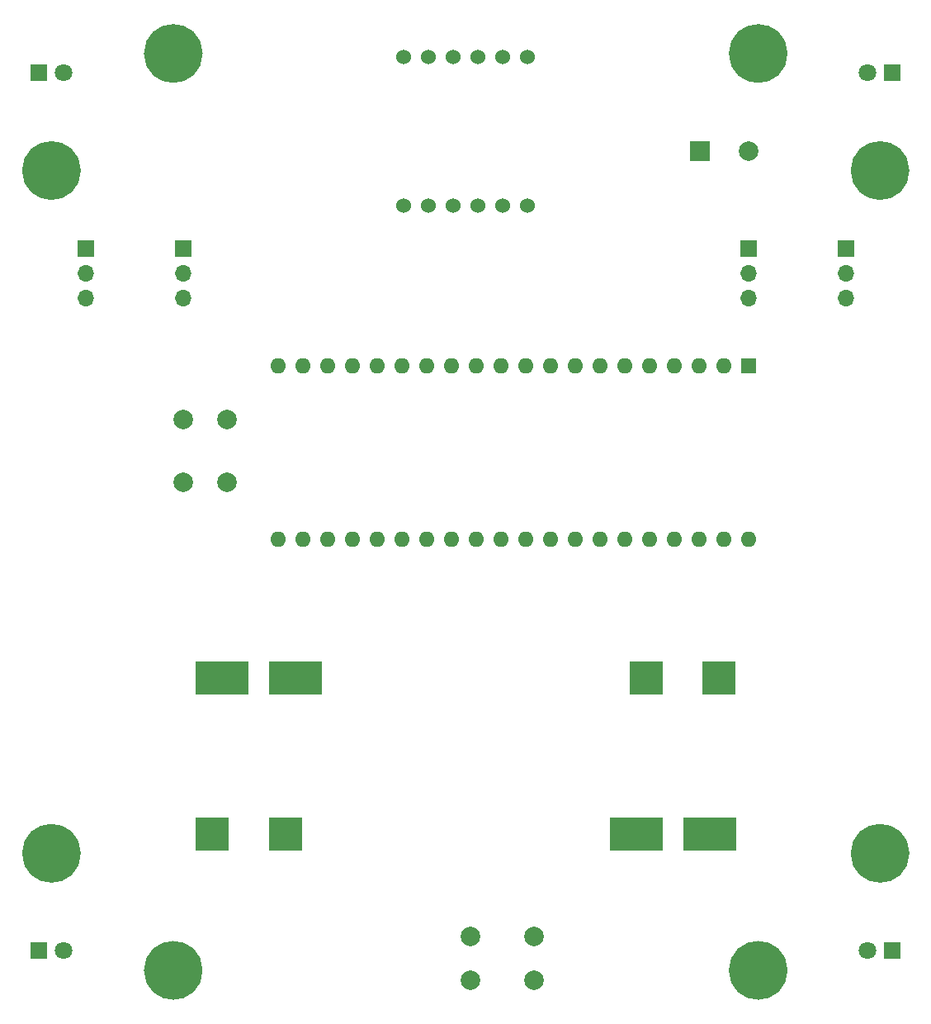
<source format=gts>
%TF.GenerationSoftware,KiCad,Pcbnew,(5.1.10)-1*%
%TF.CreationDate,2022-10-01T11:38:57+09:00*%
%TF.ProjectId,speedometer,73706565-646f-46d6-9574-65722e6b6963,rev?*%
%TF.SameCoordinates,Original*%
%TF.FileFunction,Soldermask,Top*%
%TF.FilePolarity,Negative*%
%FSLAX46Y46*%
G04 Gerber Fmt 4.6, Leading zero omitted, Abs format (unit mm)*
G04 Created by KiCad (PCBNEW (5.1.10)-1) date 2022-10-01 11:38:57*
%MOMM*%
%LPD*%
G01*
G04 APERTURE LIST*
%ADD10C,2.000000*%
%ADD11C,1.524000*%
%ADD12R,3.500000X3.500000*%
%ADD13R,5.500000X3.500000*%
%ADD14R,2.000000X2.000000*%
%ADD15C,2.000000*%
%ADD16C,1.800000*%
%ADD17R,1.800000X1.800000*%
%ADD18R,1.700000X1.700000*%
%ADD19O,1.700000X1.700000*%
%ADD20O,1.600000X1.600000*%
%ADD21R,1.600000X1.600000*%
%ADD22C,3.200000*%
G04 APERTURE END LIST*
D10*
%TO.C,H1*%
X22000000Y-3000000D02*
G75*
G03*
X22000000Y-3000000I-2000000J0D01*
G01*
%TO.C,H2*%
X22000000Y-97000000D02*
G75*
G03*
X22000000Y-97000000I-2000000J0D01*
G01*
%TO.C,H3*%
X82000000Y-3000000D02*
G75*
G03*
X82000000Y-3000000I-2000000J0D01*
G01*
%TO.C,H4*%
X82000000Y-97000000D02*
G75*
G03*
X82000000Y-97000000I-2000000J0D01*
G01*
%TO.C,H5*%
X9500000Y-15000000D02*
G75*
G03*
X9500000Y-15000000I-2000000J0D01*
G01*
%TO.C,H6*%
X9500000Y-85000000D02*
G75*
G03*
X9500000Y-85000000I-2000000J0D01*
G01*
%TO.C,H7*%
X94500000Y-15000000D02*
G75*
G03*
X94500000Y-15000000I-2000000J0D01*
G01*
%TO.C,H8*%
X94500000Y-85000000D02*
G75*
G03*
X94500000Y-85000000I-2000000J0D01*
G01*
%TD*%
D11*
%TO.C,U2*%
X43650000Y-18620000D03*
X46190000Y-18620000D03*
X48730000Y-18620000D03*
X51270000Y-18620000D03*
X53810000Y-18620000D03*
X56350000Y-18620000D03*
X56350000Y-3380000D03*
X53810000Y-3380000D03*
X51270000Y-3380000D03*
X48730000Y-3380000D03*
X46190000Y-3380000D03*
X43650000Y-3380000D03*
%TD*%
D12*
%TO.C,BT1*%
X68500000Y-67000000D03*
D13*
X25000000Y-67000000D03*
D12*
X76000000Y-67000000D03*
D13*
X32500000Y-67000000D03*
%TD*%
%TO.C,BT2*%
X67500000Y-83000000D03*
D12*
X24000000Y-83000000D03*
D13*
X75000000Y-83000000D03*
D12*
X31500000Y-83000000D03*
%TD*%
D14*
%TO.C,BZ1*%
X74000000Y-13000000D03*
D15*
X79000000Y-13000000D03*
%TD*%
D16*
%TO.C,D2*%
X8770000Y-5000000D03*
D17*
X6230000Y-5000000D03*
%TD*%
%TO.C,D3*%
X6230000Y-95000000D03*
D16*
X8770000Y-95000000D03*
%TD*%
D18*
%TO.C,J1*%
X21000000Y-23000000D03*
D19*
X21000000Y-25540000D03*
X21000000Y-28080000D03*
%TD*%
%TO.C,J2*%
X11000000Y-28080000D03*
X11000000Y-25540000D03*
D18*
X11000000Y-23000000D03*
%TD*%
D19*
%TO.C,J3*%
X79000000Y-28080000D03*
X79000000Y-25540000D03*
D18*
X79000000Y-23000000D03*
%TD*%
%TO.C,J4*%
X89000000Y-23000000D03*
D19*
X89000000Y-25540000D03*
X89000000Y-28080000D03*
%TD*%
D16*
%TO.C,Q5*%
X91230000Y-95000000D03*
D17*
X93770000Y-95000000D03*
%TD*%
%TO.C,Q8*%
X93770000Y-5000000D03*
D16*
X91230000Y-5000000D03*
%TD*%
D15*
%TO.C,SW1*%
X50500000Y-98000000D03*
X50500000Y-93500000D03*
X57000000Y-98000000D03*
X57000000Y-93500000D03*
%TD*%
%TO.C,SW2*%
X21000000Y-40500000D03*
X25500000Y-40500000D03*
X21000000Y-47000000D03*
X25500000Y-47000000D03*
%TD*%
D20*
%TO.C,U1*%
X79000000Y-52780000D03*
X30740000Y-35000000D03*
X76460000Y-52780000D03*
X33280000Y-35000000D03*
X73920000Y-52780000D03*
X35820000Y-35000000D03*
X71380000Y-52780000D03*
X38360000Y-35000000D03*
X68840000Y-52780000D03*
X40900000Y-35000000D03*
X66300000Y-52780000D03*
X43440000Y-35000000D03*
X63760000Y-52780000D03*
X45980000Y-35000000D03*
X61220000Y-52780000D03*
X48520000Y-35000000D03*
X58680000Y-52780000D03*
X51060000Y-35000000D03*
X56140000Y-52780000D03*
X53600000Y-35000000D03*
X53600000Y-52780000D03*
X56140000Y-35000000D03*
X51060000Y-52780000D03*
X58680000Y-35000000D03*
X48520000Y-52780000D03*
X61220000Y-35000000D03*
X45980000Y-52780000D03*
X63760000Y-35000000D03*
X43440000Y-52780000D03*
X66300000Y-35000000D03*
X40900000Y-52780000D03*
X68840000Y-35000000D03*
X38360000Y-52780000D03*
X71380000Y-35000000D03*
X35820000Y-52780000D03*
X73920000Y-35000000D03*
X33280000Y-52780000D03*
X76460000Y-35000000D03*
X30740000Y-52780000D03*
D21*
X79000000Y-35000000D03*
%TD*%
D22*
%TO.C,H1*%
X20000000Y-3000000D03*
%TD*%
%TO.C,H2*%
X20000000Y-97000000D03*
%TD*%
%TO.C,H3*%
X80000000Y-3000000D03*
%TD*%
%TO.C,H4*%
X80000000Y-97000000D03*
%TD*%
%TO.C,H5*%
X7500000Y-15000000D03*
%TD*%
%TO.C,H6*%
X7500000Y-85000000D03*
%TD*%
%TO.C,H7*%
X92500000Y-15000000D03*
%TD*%
%TO.C,H8*%
X92500000Y-85000000D03*
%TD*%
M02*

</source>
